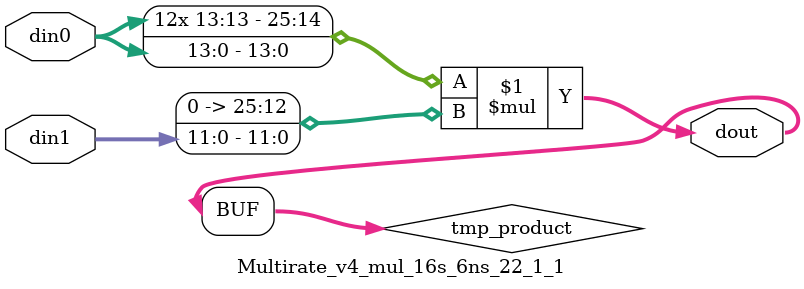
<source format=v>

`timescale 1 ns / 1 ps

 module Multirate_v4_mul_16s_6ns_22_1_1(din0, din1, dout);
parameter ID = 1;
parameter NUM_STAGE = 0;
parameter din0_WIDTH = 14;
parameter din1_WIDTH = 12;
parameter dout_WIDTH = 26;

input [din0_WIDTH - 1 : 0] din0; 
input [din1_WIDTH - 1 : 0] din1; 
output [dout_WIDTH - 1 : 0] dout;

wire signed [dout_WIDTH - 1 : 0] tmp_product;


























assign tmp_product = $signed(din0) * $signed({1'b0, din1});









assign dout = tmp_product;





















endmodule

</source>
